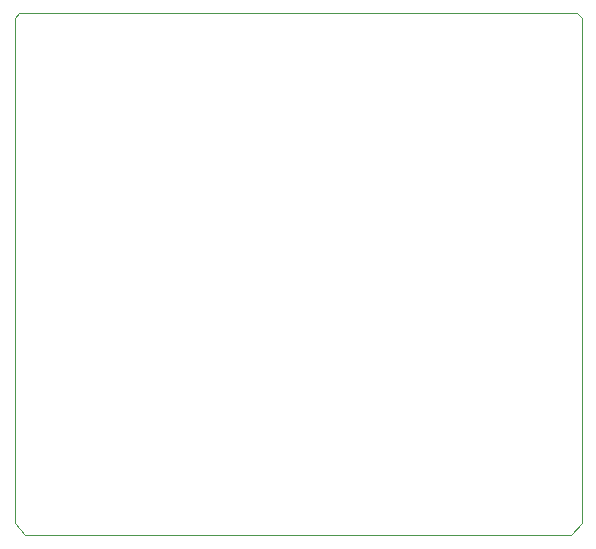
<source format=gbr>
G04 (created by PCBNEW (2013-07-07 BZR 4022)-stable) date 27/12/2022 09:25:50*
%MOIN*%
G04 Gerber Fmt 3.4, Leading zero omitted, Abs format*
%FSLAX34Y34*%
G01*
G70*
G90*
G04 APERTURE LIST*
%ADD10C,0.00590551*%
%ADD11C,0.00393701*%
G04 APERTURE END LIST*
G54D10*
G54D11*
X0Y-17000D02*
X350Y-17400D01*
X18550Y-17400D02*
X350Y-17400D01*
X18900Y-17000D02*
X18900Y-150D01*
X0Y-17000D02*
X0Y-150D01*
X18900Y-17000D02*
X18550Y-17400D01*
X18750Y0D02*
X18900Y-150D01*
X150Y0D02*
X18750Y0D01*
X0Y-150D02*
X150Y0D01*
M02*

</source>
